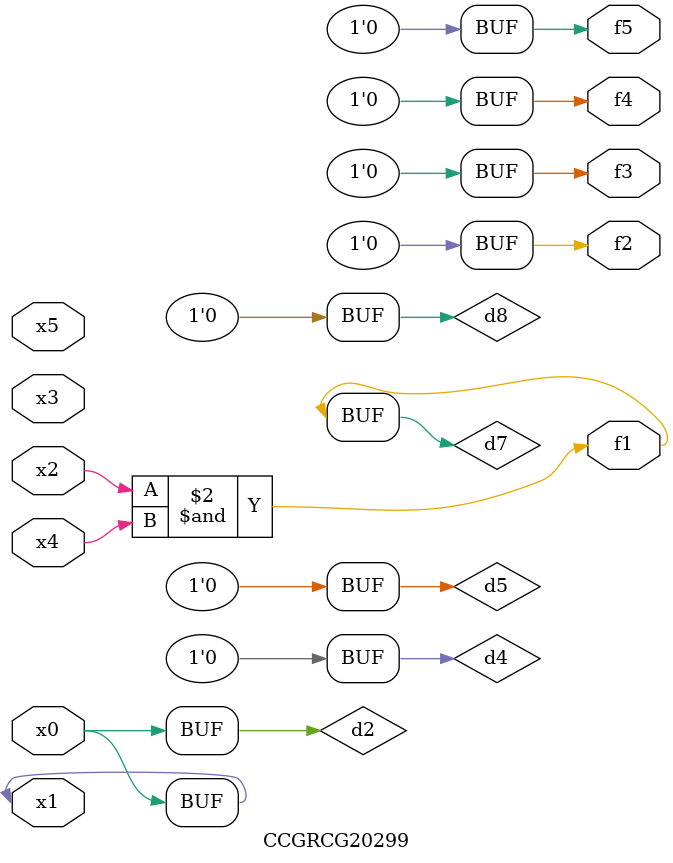
<source format=v>
module CCGRCG20299(
	input x0, x1, x2, x3, x4, x5,
	output f1, f2, f3, f4, f5
);

	wire d1, d2, d3, d4, d5, d6, d7, d8, d9;

	nand (d1, x1);
	buf (d2, x0, x1);
	nand (d3, x2, x4);
	and (d4, d1, d2);
	and (d5, d1, d2);
	nand (d6, d1, d3);
	not (d7, d3);
	xor (d8, d5);
	nor (d9, d5, d6);
	assign f1 = d7;
	assign f2 = d8;
	assign f3 = d8;
	assign f4 = d8;
	assign f5 = d8;
endmodule

</source>
